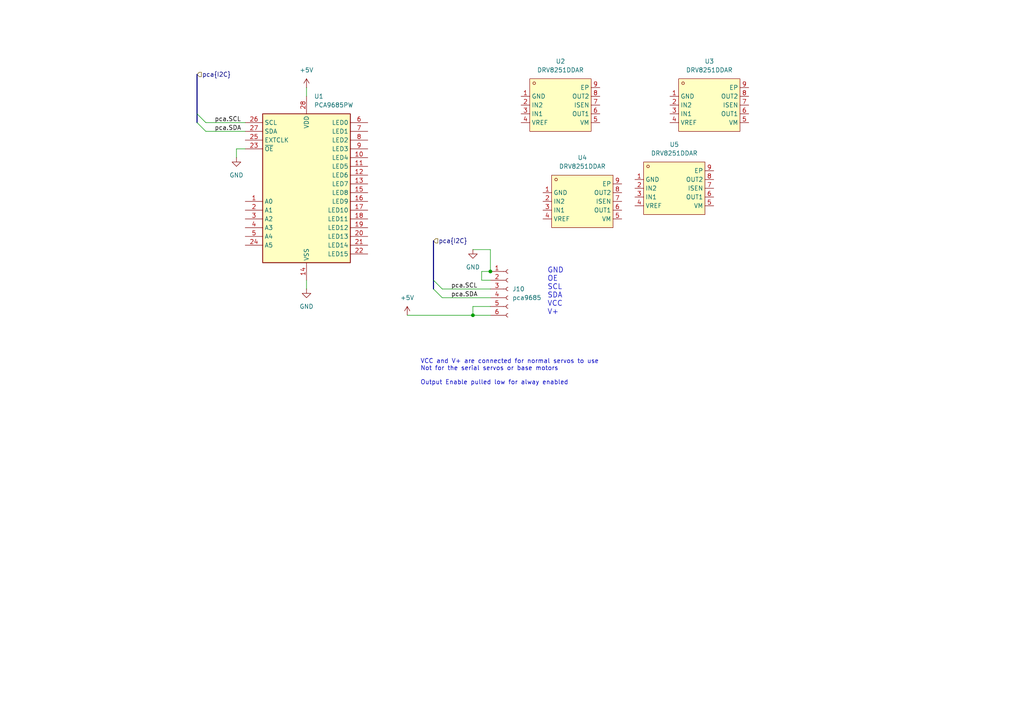
<source format=kicad_sch>
(kicad_sch (version 20231120) (generator "eeschema") (generator_version "8.0")
  (paper "A4")
  (title_block (title "${PROJECTNAME}") (rev "${VERSION}"))
  (lib_symbols
    (symbol "Connector:Conn_01x06_Socket" (pin_names (offset 1.016) hide)
      (property "Reference" "J" (at 0 7.62 0))
      (property "Value" "Conn_01x06_Socket" (at 0 -10.16 0))
      (symbol "Conn_01x06_Socket_1_1"
        (arc (start 0 -7.112) (mid -0.5058 -7.62) (end 0 -8.128) (stroke (width 0.1524)))
        (arc (start 0 -4.572) (mid -0.5058 -5.08) (end 0 -5.588) (stroke (width 0.1524)))
        (arc (start 0 -2.032) (mid -0.5058 -2.54) (end 0 -3.048) (stroke (width 0.1524)))
        (polyline (pts (xy -1.27 -7.62) (xy -0.508 -7.62)) (stroke (width 0.1524)))
        (polyline (pts (xy -1.27 -5.08) (xy -0.508 -5.08)) (stroke (width 0.1524)))
        (polyline (pts (xy -1.27 -2.54) (xy -0.508 -2.54)) (stroke (width 0.1524)))
        (polyline (pts (xy -1.27 0) (xy -0.508 0)) (stroke (width 0.1524)))
        (polyline (pts (xy -1.27 2.54) (xy -0.508 2.54)) (stroke (width 0.1524)))
        (polyline (pts (xy -1.27 5.08) (xy -0.508 5.08)) (stroke (width 0.1524)))
        (arc (start 0 0.508) (mid -0.5058 0) (end 0 -0.508) (stroke (width 0.1524)))
        (arc (start 0 3.048) (mid -0.5058 2.54) (end 0 2.032) (stroke (width 0.1524)))
        (arc (start 0 5.588) (mid -0.5058 5.08) (end 0 4.572) (stroke (width 0.1524)))
        (pin passive line (at -5.08 5.08 0) (length 3.81) (name "Pin_1") (number "1"))
        (pin passive line (at -5.08 2.54 0) (length 3.81) (name "Pin_2") (number "2"))
        (pin passive line (at -5.08 0 0) (length 3.81) (name "Pin_3") (number "3"))
        (pin passive line (at -5.08 -2.54 0) (length 3.81) (name "Pin_4") (number "4"))
        (pin passive line (at -5.08 -5.08 0) (length 3.81) (name "Pin_5") (number "5"))
        (pin passive line (at -5.08 -7.62 0) (length 3.81) (name "Pin_6") (number "6"))
      )
    )
    (symbol "Driver_LED:PCA9685PW"
      (property "Reference" "U" (at -12.7 22.225 0))
      (property "Value" "PCA9685PW" (at 1.27 22.225 0))
      (symbol "PCA9685PW_0_1"
        (rectangle (start -12.7 20.32) (end 12.7 -22.86) (stroke (width 0.254)) (fill (type background)))
      )
      (symbol "PCA9685PW_1_1"
        (pin input line (at -17.78 -5.08 0) (length 5.08) (name "A0") (number "1"))
        (pin output line (at 17.78 7.62 180) (length 5.08) (name "LED4") (number "10"))
        (pin output line (at 17.78 5.08 180) (length 5.08) (name "LED5") (number "11"))
        (pin output line (at 17.78 2.54 180) (length 5.08) (name "LED6") (number "12"))
        (pin output line (at 17.78 0 180) (length 5.08) (name "LED7") (number "13"))
        (pin power_in line (at 0 -27.94 90) (length 5.08) (name "VSS") (number "14"))
        (pin output line (at 17.78 -2.54 180) (length 5.08) (name "LED8") (number "15"))
        (pin output line (at 17.78 -5.08 180) (length 5.08) (name "LED9") (number "16"))
        (pin output line (at 17.78 -7.62 180) (length 5.08) (name "LED10") (number "17"))
        (pin output line (at 17.78 -10.16 180) (length 5.08) (name "LED11") (number "18"))
        (pin output line (at 17.78 -12.7 180) (length 5.08) (name "LED12") (number "19"))
        (pin input line (at -17.78 -7.62 0) (length 5.08) (name "A1") (number "2"))
        (pin output line (at 17.78 -15.24 180) (length 5.08) (name "LED13") (number "20"))
        (pin output line (at 17.78 -17.78 180) (length 5.08) (name "LED14") (number "21"))
        (pin output line (at 17.78 -20.32 180) (length 5.08) (name "LED15") (number "22"))
        (pin input line (at -17.78 10.16 0) (length 5.08) (name "~{OE}") (number "23"))
        (pin input line (at -17.78 -17.78 0) (length 5.08) (name "A5") (number "24"))
        (pin input line (at -17.78 12.7 0) (length 5.08) (name "EXTCLK") (number "25"))
        (pin input line (at -17.78 17.78 0) (length 5.08) (name "SCL") (number "26"))
        (pin bidirectional line (at -17.78 15.24 0) (length 5.08) (name "SDA") (number "27"))
        (pin power_in line (at 0 25.4 270) (length 5.08) (name "VDD") (number "28"))
        (pin input line (at -17.78 -10.16 0) (length 5.08) (name "A2") (number "3"))
        (pin input line (at -17.78 -12.7 0) (length 5.08) (name "A3") (number "4"))
        (pin input line (at -17.78 -15.24 0) (length 5.08) (name "A4") (number "5"))
        (pin output line (at 17.78 17.78 180) (length 5.08) (name "LED0") (number "6"))
        (pin output line (at 17.78 15.24 180) (length 5.08) (name "LED1") (number "7"))
        (pin output line (at 17.78 12.7 180) (length 5.08) (name "LED2") (number "8"))
        (pin output line (at 17.78 10.16 180) (length 5.08) (name "LED3") (number "9"))
      )
    )
    (symbol "easyeda:DRV8251DDAR"
      (property "Reference" "U" (at 0 10.16 0))
      (property "Value" "DRV8251DDAR" (at 0 -10.16 0))
      (symbol "DRV8251DDAR_0_1"
        (rectangle (start -8.89 7.62) (end 8.89 -7.62) (fill (type background)))
        (circle (center -7.62 6.35) (radius 0.38))
        (pin unspecified line (at -11.43 2.54 0) (length 2.54) (name "GND") (number "1"))
        (pin unspecified line (at -11.43 0 0) (length 2.54) (name "IN2") (number "2"))
        (pin unspecified line (at -11.43 -2.54 0) (length 2.54) (name "IN1") (number "3"))
        (pin unspecified line (at -11.43 -5.08 0) (length 2.54) (name "VREF") (number "4"))
        (pin unspecified line (at 11.43 -5.08 180) (length 2.54) (name "VM") (number "5"))
        (pin unspecified line (at 11.43 -2.54 180) (length 2.54) (name "OUT1") (number "6"))
        (pin unspecified line (at 11.43 0 180) (length 2.54) (name "ISEN") (number "7"))
        (pin unspecified line (at 11.43 2.54 180) (length 2.54) (name "OUT2") (number "8"))
        (pin unspecified line (at 11.43 5.08 180) (length 2.54) (name "EP") (number "9"))
      )
    )
    (symbol "power:+5V" (power) (pin_numbers hide) (pin_names (offset 0) hide)
      (property "Value" "+5V" (at 0 3.556 0))
      (symbol "+5V_0_1"
        (polyline (pts (xy -0.762 1.27) (xy 0 2.54)))
        (polyline (pts (xy 0 0) (xy 0 2.54)))
        (polyline (pts (xy 0 2.54) (xy 0.762 1.27)))
      )
      (symbol "+5V_1_1"
        (pin power_in line (at 0 0 90) (length 0) (name "~") (number "1"))
      )
    )
    (symbol "power:GND" (power) (pin_numbers hide) (pin_names (offset 0) hide)
      (property "Value" "GND" (at 0 -3.81 0))
      (symbol "GND_0_1"
        (polyline (pts (xy 0 0) (xy 0 -1.27) (xy 1.27 -1.27) (xy 0 -2.54) (xy -1.27 -1.27) (xy 0 -1.27)))
      )
      (symbol "GND_1_1"
        (pin power_in line (at 0 0 270) (length 0) (name "~") (number "1"))
      )
    )
  )
  (junction (at 142.24 78.74))
  (junction (at 137.16 91.44))
  (bus_entry (at 125.73 81.28) (size 2.54 2.54))
  (bus_entry (at 125.73 83.82) (size 2.54 2.54))
  (bus_entry (at 57.15 35.56) (size 2.54 2.54))
  (bus_entry (at 57.15 33.02) (size 2.54 2.54))
  (wire (pts (xy 142.24 72.39) (xy 142.24 78.74)))
  (wire (pts (xy 142.24 78.74) (xy 139.7 78.74)))
  (wire (pts (xy 139.7 78.74) (xy 139.7 81.28)))
  (bus (pts (xy 125.73 69.85) (xy 125.73 81.28)))
  (wire (pts (xy 88.9 25.4) (xy 88.9 27.94)))
  (wire (pts (xy 137.16 91.44) (xy 142.24 91.44)))
  (bus (pts (xy 57.15 33.02) (xy 57.15 35.56)))
  (wire (pts (xy 128.27 83.82) (xy 142.24 83.82)))
  (wire (pts (xy 139.7 81.28) (xy 142.24 81.28)))
  (wire (pts (xy 118.11 91.44) (xy 137.16 91.44)))
  (bus (pts (xy 125.73 81.28) (xy 125.73 83.82)))
  (wire (pts (xy 59.69 35.56) (xy 71.12 35.56)))
  (wire (pts (xy 88.9 81.28) (xy 88.9 83.82)))
  (wire (pts (xy 59.69 38.1) (xy 71.12 38.1)))
  (wire (pts (xy 68.58 43.18) (xy 71.12 43.18)))
  (wire (pts (xy 137.16 91.44) (xy 137.16 88.9)))
  (wire (pts (xy 128.27 86.36) (xy 142.24 86.36)))
  (wire (pts (xy 68.58 45.72) (xy 68.58 43.18)))
  (bus (pts (xy 57.15 21.59) (xy 57.15 33.02)))
  (wire (pts (xy 137.16 72.39) (xy 142.24 72.39)))
  (wire (pts (xy 137.16 88.9) (xy 142.24 88.9)))
  (text "GND\nOE\nSCL\nSDA\nVCC\nV+" (at 158.75 91.44 0) (effects (font (size 1.5 1.5)) (justify left bottom)))
  (text "VCC and V+ are connected for normal servos to use\nNot for the serial servos or base motors\n\nOutput Enable pulled low for alway enabled" (at 121.92 111.76 0) (effects (font (size 1.27 1.27)) (justify left bottom)))
  (label "pca.SDA" (at 62.23 38.1 0))
  (label "pca.SDA" (at 130.81 86.36 0))
  (label "pca.SCL" (at 130.81 83.82 0))
  (label "pca.SCL" (at 62.23 35.56 0))
  (hierarchical_label "pca{I2C}" (shape input) (at 57.15 21.59 0))
  (hierarchical_label "pca{I2C}" (shape input) (at 125.73 69.85 0))
  (symbol (lib_id "easyeda:DRV8251DDAR") (at 168.91 58.42 0) (unit 1)
    (property "Reference" "U4" (at 168.91 45.72 0))
    (property "Value" "DRV8251DDAR" (at 168.91 48.26 0))
    (property "Footprint" "easyeda:SO-8_L4.9-W3.9-P1.27-LS6.0-BL-EP" (effects (hide yes)))
    (property "LCSC Part" "C3681116" (effects (hide yes)))
  )
  (symbol (lib_id "power:GND") (at 68.58 45.72 0) (unit 1)
    (property "Reference" "#PWR024" (effects (hide yes)))
    (property "Value" "GND" (at 68.58 50.8 0))
    (property "Description" "Power symbol creates a global label with name \"GND\" , ground" (effects (hide yes)))
  )
  (symbol (lib_id "Connector:Conn_01x06_Socket") (at 147.32 83.82 0) (unit 1) (exclude_from_sim yes) (in_bom no) (on_board no)
    (property "Reference" "J10" (at 148.59 83.82 0) (effects (justify left)))
    (property "Value" "pca9685" (at 148.59 86.36 0) (effects (justify left)))
    (property "Footprint" "Connector_PinHeader_2.54mm:PinHeader_1x06_P2.54mm_Vertical" (effects (hide yes)))
    (property "LCSC" "C37208" (effects (hide yes)))
  )
  (symbol (lib_id "power:+5V") (at 88.9 25.4 0) (unit 1)
    (property "Reference" "#PWR027" (effects (hide yes)))
    (property "Value" "+5V" (at 88.9 20.32 0))
    (property "Description" "Power symbol creates a global label with name \"+5V\"" (effects (hide yes)))
  )
  (symbol (lib_id "easyeda:DRV8251DDAR") (at 162.56 30.48 0) (unit 1)
    (property "Reference" "U2" (at 162.56 17.78 0))
    (property "Value" "DRV8251DDAR" (at 162.56 20.32 0))
    (property "Footprint" "easyeda:SO-8_L4.9-W3.9-P1.27-LS6.0-BL-EP" (effects (hide yes)))
    (property "LCSC Part" "C3681116" (effects (hide yes)))
  )
  (symbol (lib_id "easyeda:DRV8251DDAR") (at 205.74 30.48 0) (unit 1)
    (property "Reference" "U3" (at 205.74 17.78 0))
    (property "Value" "DRV8251DDAR" (at 205.74 20.32 0))
    (property "Footprint" "easyeda:SO-8_L4.9-W3.9-P1.27-LS6.0-BL-EP" (effects (hide yes)))
    (property "LCSC Part" "C3681116" (effects (hide yes)))
  )
  (symbol (lib_id "power:+5V") (at 118.11 91.44 0) (unit 1)
    (property "Reference" "#PWR022" (effects (hide yes)))
    (property "Value" "+5V" (at 118.11 86.36 0))
    (property "Description" "Power symbol creates a global label with name \"+5V\"" (effects (hide yes)))
  )
  (symbol (lib_id "Driver_LED:PCA9685PW") (at 88.9 53.34 0) (unit 1)
    (property "Reference" "U1" (at 91.0941 27.94 0) (effects (justify left)))
    (property "Value" "PCA9685PW" (at 91.0941 30.48 0) (effects (justify left)))
    (property "Footprint" "Package_SO:TSSOP-28_4.4x9.7mm_P0.65mm" (effects (hide yes)))
    (property "Datasheet" "http://www.nxp.com/docs/en/data-sheet/PCA9685.pdf" (effects (hide yes)))
    (property "Description" "16-channel 12-bit PWM Fm+ I2C-bus LED controller RGBA TSSOP" (effects (hide yes)))
  )
  (symbol (lib_id "easyeda:DRV8251DDAR") (at 195.58 54.61 0) (unit 1)
    (property "Reference" "U5" (at 195.58 41.91 0))
    (property "Value" "DRV8251DDAR" (at 195.58 44.45 0))
    (property "Footprint" "easyeda:SO-8_L4.9-W3.9-P1.27-LS6.0-BL-EP" (effects (hide yes)))
    (property "LCSC Part" "C3681116" (effects (hide yes)))
  )
  (symbol (lib_id "power:GND") (at 137.16 72.39 0) (unit 1)
    (property "Reference" "#PWR023" (effects (hide yes)))
    (property "Value" "GND" (at 137.16 77.47 0))
    (property "Description" "Power symbol creates a global label with name \"GND\" , ground" (effects (hide yes)))
  )
  (symbol (lib_id "power:GND") (at 88.9 83.82 0) (unit 1)
    (property "Reference" "#PWR026" (effects (hide yes)))
    (property "Value" "GND" (at 88.9 88.9 0))
    (property "Description" "Power symbol creates a global label with name \"GND\" , ground" (effects (hide yes)))
  )
)
</source>
